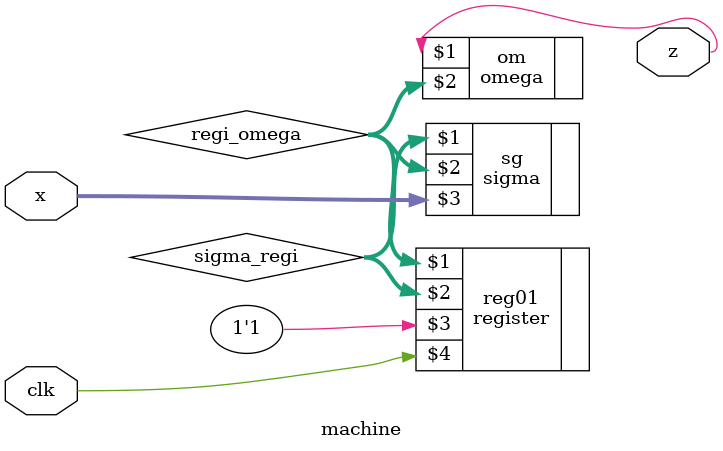
<source format=sv>
module machine (output z,input [1:2]x,input clk);

  wire [1:2]sigma_regi;
  wire [1:2]regi_omega;

  register reg01 (regi_omega,sigma_regi,1'b1,clk);
  sigma sg (sigma_regi,regi_omega,x);
  omega om (z,regi_omega);

endmodule

</source>
